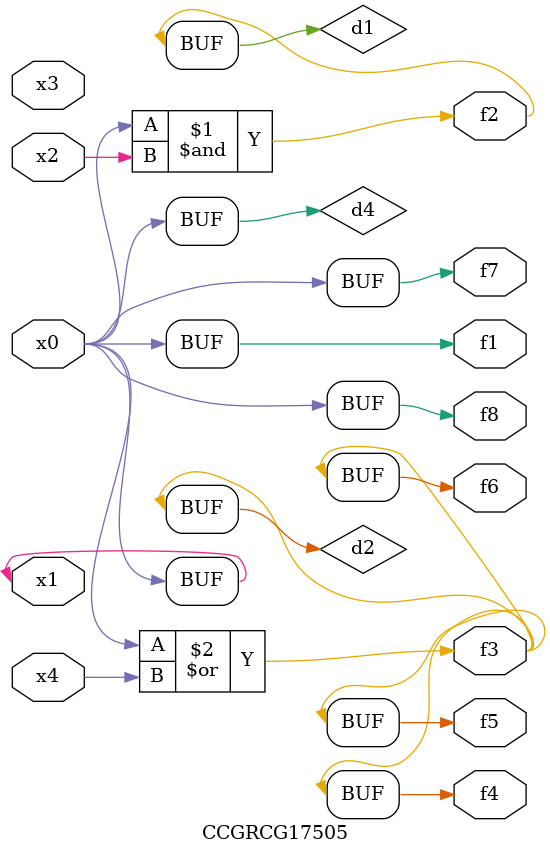
<source format=v>
module CCGRCG17505(
	input x0, x1, x2, x3, x4,
	output f1, f2, f3, f4, f5, f6, f7, f8
);

	wire d1, d2, d3, d4;

	and (d1, x0, x2);
	or (d2, x0, x4);
	nand (d3, x0, x2);
	buf (d4, x0, x1);
	assign f1 = d4;
	assign f2 = d1;
	assign f3 = d2;
	assign f4 = d2;
	assign f5 = d2;
	assign f6 = d2;
	assign f7 = d4;
	assign f8 = d4;
endmodule

</source>
